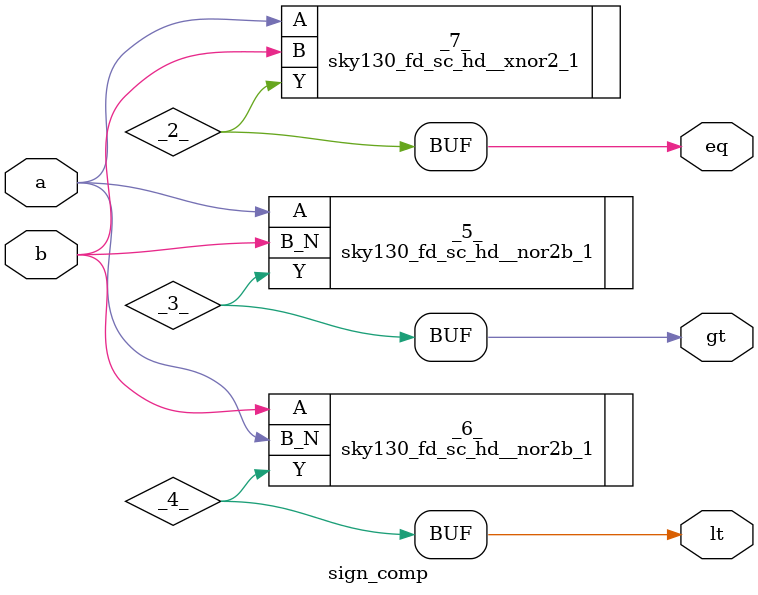
<source format=v>
/* Generated by Yosys 0.9 (git sha1 1979e0b) */

module exp_comp(a, b, eq, gt, lt);
  wire _00_;
  wire _01_;
  wire _02_;
  wire _03_;
  wire _04_;
  wire _05_;
  wire _06_;
  wire _07_;
  wire _08_;
  wire _09_;
  wire _10_;
  wire _11_;
  wire _12_;
  wire _13_;
  wire _14_;
  wire _15_;
  wire _16_;
  wire _17_;
  wire _18_;
  wire _19_;
  wire _20_;
  wire _21_;
  wire _22_;
  wire _23_;
  wire _24_;
  wire _25_;
  wire _26_;
  wire _27_;
  wire _28_;
  wire _29_;
  wire _30_;
  wire _31_;
  wire _32_;
  wire _33_;
  wire _34_;
  wire _35_;
  input [3:0] a;
  input [3:0] b;
  output eq;
  output gt;
  output lt;
  sky130_fd_sc_hd__clkinv_1 _36_ (
    .A(_16_),
    .Y(_24_)
  );
  sky130_fd_sc_hd__clkinv_1 _37_ (
    .A(_15_),
    .Y(_25_)
  );
  sky130_fd_sc_hd__nand2b_1 _38_ (
    .A_N(_19_),
    .B(_15_),
    .Y(_26_)
  );
  sky130_fd_sc_hd__o21ai_0 _39_ (
    .A1(_24_),
    .A2(_20_),
    .B1(_26_),
    .Y(_27_)
  );
  sky130_fd_sc_hd__a22o_1 _40_ (
    .A1(_24_),
    .A2(_20_),
    .B1(_25_),
    .B2(_19_),
    .X(_28_)
  );
  sky130_fd_sc_hd__nand2b_1 _41_ (
    .A_N(_13_),
    .B(_17_),
    .Y(_29_)
  );
  sky130_fd_sc_hd__nand2b_1 _42_ (
    .A_N(_17_),
    .B(_13_),
    .Y(_30_)
  );
  sky130_fd_sc_hd__nor2b_1 _43_ (
    .A(_18_),
    .B_N(_14_),
    .Y(_31_)
  );
  sky130_fd_sc_hd__xnor2_1 _44_ (
    .A(_14_),
    .B(_18_),
    .Y(_32_)
  );
  sky130_fd_sc_hd__nand3_1 _45_ (
    .A(_29_),
    .B(_30_),
    .C(_32_),
    .Y(_33_)
  );
  sky130_fd_sc_hd__nor3_1 _46_ (
    .A(_27_),
    .B(_28_),
    .C(_33_),
    .Y(_21_)
  );
  sky130_fd_sc_hd__a21oi_1 _47_ (
    .A1(_29_),
    .A2(_32_),
    .B1(_31_),
    .Y(_34_)
  );
  sky130_fd_sc_hd__maj3_1 _48_ (
    .A(_24_),
    .B(_20_),
    .C(_26_),
    .X(_35_)
  );
  sky130_fd_sc_hd__o31a_1 _49_ (
    .A1(_27_),
    .A2(_28_),
    .A3(_34_),
    .B1(_35_),
    .X(_23_)
  );
  sky130_fd_sc_hd__nor2_1 _50_ (
    .A(_21_),
    .B(_23_),
    .Y(_22_)
  );
  assign _16_ = a[3];
  assign _20_ = b[3];
  assign _15_ = a[2];
  assign _19_ = b[2];
  assign _14_ = a[1];
  assign _18_ = b[1];
  assign _13_ = a[0];
  assign _17_ = b[0];
  assign eq = _21_;
  assign gt = _22_;
  assign lt = _23_;
endmodule

module float_comp(a, b, aopb);
  wire _00_;
  wire _01_;
  wire _02_;
  wire _03_;
  wire _04_;
  wire _05_;
  wire _06_;
  wire _07_;
  wire _08_;
  wire _09_;
  wire _10_;
  wire _11_;
  wire _12_;
  wire _13_;
  wire _14_;
  wire _15_;
  wire _16_;
  wire _17_;
  wire _18_;
  input [15:0] a;
  wire [3:0] a_exp;
  wire [10:0] a_man;
  wire a_sgn;
  output [2:0] aopb;
  input [15:0] b;
  wire [3:0] b_exp;
  wire [10:0] b_man;
  wire b_sgn;
  wire exp_eq;
  wire exp_gr;
  wire exp_ls;
  wire man_eq;
  wire man_gr;
  wire man_ls;
  wire sgn_eq;
  wire sgn_gr;
  wire sgn_ls;
  sky130_fd_sc_hd__and2_0 _19_ (
    .A(_16_),
    .B(_09_),
    .X(_15_)
  );
  sky130_fd_sc_hd__a221o_1 _20_ (
    .A1(_16_),
    .A2(_10_),
    .B1(_13_),
    .B2(_15_),
    .C1(_17_),
    .X(_07_)
  );
  sky130_fd_sc_hd__and3_1 _21_ (
    .A(_16_),
    .B(_09_),
    .C(_12_),
    .X(_08_)
  );
  sky130_fd_sc_hd__a221o_1 _22_ (
    .A1(_16_),
    .A2(_11_),
    .B1(_14_),
    .B2(_15_),
    .C1(_18_),
    .X(_06_)
  );
  sign_comp g3 (
    .a(a[15]),
    .b(b[15]),
    .eq(sgn_eq),
    .gt(sgn_gr),
    .lt(sgn_ls)
  );
  exp_comp g4 (
    .a(a[14:11]),
    .b(b[14:11]),
    .eq(exp_eq),
    .gt(exp_gr),
    .lt(exp_ls)
  );
  man_comp g5 (
    .a(a[10:0]),
    .b(b[10:0]),
    .eq(man_eq),
    .gt(man_gr),
    .lt(man_ls)
  );
  assign a_exp = a[14:11];
  assign a_man = a[10:0];
  assign a_sgn = a[15];
  assign b_exp = b[14:11];
  assign b_man = b[10:0];
  assign b_sgn = b[15];
  assign _16_ = sgn_eq;
  assign _10_ = exp_gr;
  assign _17_ = sgn_gr;
  assign _09_ = exp_eq;
  assign _13_ = man_gr;
  assign aopb[1] = _07_;
  assign _12_ = man_eq;
  assign aopb[2] = _08_;
  assign _11_ = exp_ls;
  assign _18_ = sgn_ls;
  assign _14_ = man_ls;
  assign aopb[0] = _06_;
endmodule

module man_comp(a, b, eq, gt, lt);
  wire _000_;
  wire _001_;
  wire _002_;
  wire _003_;
  wire _004_;
  wire _005_;
  wire _006_;
  wire _007_;
  wire _008_;
  wire _009_;
  wire _010_;
  wire _011_;
  wire _012_;
  wire _013_;
  wire _014_;
  wire _015_;
  wire _016_;
  wire _017_;
  wire _018_;
  wire _019_;
  wire _020_;
  wire _021_;
  wire _022_;
  wire _023_;
  wire _024_;
  wire _025_;
  wire _026_;
  wire _027_;
  wire _028_;
  wire _029_;
  wire _030_;
  wire _031_;
  wire _032_;
  wire _033_;
  wire _034_;
  wire _035_;
  wire _036_;
  wire _037_;
  wire _038_;
  wire _039_;
  wire _040_;
  wire _041_;
  wire _042_;
  wire _043_;
  wire _044_;
  wire _045_;
  wire _046_;
  wire _047_;
  wire _048_;
  wire _049_;
  wire _050_;
  wire _051_;
  wire _052_;
  wire _053_;
  wire _054_;
  wire _055_;
  wire _056_;
  wire _057_;
  wire _058_;
  wire _059_;
  wire _060_;
  wire _061_;
  wire _062_;
  wire _063_;
  wire _064_;
  wire _065_;
  wire _066_;
  wire _067_;
  wire _068_;
  wire _069_;
  wire _070_;
  wire _071_;
  wire _072_;
  wire _073_;
  wire _074_;
  wire _075_;
  wire _076_;
  wire _077_;
  wire _078_;
  wire _079_;
  wire _080_;
  wire _081_;
  wire _082_;
  wire _083_;
  wire _084_;
  wire _085_;
  wire _086_;
  wire _087_;
  wire _088_;
  wire _089_;
  wire _090_;
  wire _091_;
  wire _092_;
  wire _093_;
  wire _094_;
  wire _095_;
  wire _096_;
  wire _097_;
  wire _098_;
  wire _099_;
  wire _100_;
  wire _101_;
  wire _102_;
  wire _103_;
  wire _104_;
  wire _105_;
  wire _106_;
  wire _107_;
  wire _108_;
  wire _109_;
  wire _110_;
  input [10:0] a;
  input [10:0] b;
  output eq;
  output gt;
  output lt;
  sky130_fd_sc_hd__clkinv_1 _111_ (
    .A(_057_),
    .Y(_072_)
  );
  sky130_fd_sc_hd__clkinv_1 _112_ (
    .A(_067_),
    .Y(_073_)
  );
  sky130_fd_sc_hd__clkinv_1 _113_ (
    .A(_066_),
    .Y(_074_)
  );
  sky130_fd_sc_hd__clkinv_1 _114_ (
    .A(_054_),
    .Y(_075_)
  );
  sky130_fd_sc_hd__clkinv_1 _115_ (
    .A(_052_),
    .Y(_076_)
  );
  sky130_fd_sc_hd__clkinv_1 _116_ (
    .A(_062_),
    .Y(_077_)
  );
  sky130_fd_sc_hd__clkinv_1 _117_ (
    .A(_058_),
    .Y(_078_)
  );
  sky130_fd_sc_hd__nand2b_1 _118_ (
    .A_N(_047_),
    .B(_058_),
    .Y(_079_)
  );
  sky130_fd_sc_hd__nand2b_1 _119_ (
    .A_N(_049_),
    .B(_060_),
    .Y(_080_)
  );
  sky130_fd_sc_hd__nand2_1 _120_ (
    .A(_051_),
    .B(_077_),
    .Y(_081_)
  );
  sky130_fd_sc_hd__nor2b_1 _121_ (
    .A(_048_),
    .B_N(_059_),
    .Y(_082_)
  );
  sky130_fd_sc_hd__nor2b_1 _122_ (
    .A(_060_),
    .B_N(_049_),
    .Y(_083_)
  );
  sky130_fd_sc_hd__nor2b_1 _123_ (
    .A(_061_),
    .B_N(_050_),
    .Y(_084_)
  );
  sky130_fd_sc_hd__a2111oi_0 _124_ (
    .A1(_051_),
    .A2(_077_),
    .B1(_082_),
    .C1(_083_),
    .D1(_084_),
    .Y(_085_)
  );
  sky130_fd_sc_hd__nand3_1 _125_ (
    .A(_079_),
    .B(_080_),
    .C(_085_),
    .Y(_086_)
  );
  sky130_fd_sc_hd__o2bb2ai_1 _126_ (
    .A1_N(_073_),
    .A2_N(_056_),
    .B1(_068_),
    .B2(_072_),
    .Y(_087_)
  );
  sky130_fd_sc_hd__nand2_1 _127_ (
    .A(_072_),
    .B(_068_),
    .Y(_088_)
  );
  sky130_fd_sc_hd__o21ai_0 _128_ (
    .A1(_056_),
    .A2(_073_),
    .B1(_088_),
    .Y(_089_)
  );
  sky130_fd_sc_hd__nor2_1 _129_ (
    .A(_087_),
    .B(_089_),
    .Y(_090_)
  );
  sky130_fd_sc_hd__nor2_1 _130_ (
    .A(_051_),
    .B(_077_),
    .Y(_091_)
  );
  sky130_fd_sc_hd__nor2b_1 _131_ (
    .A(_059_),
    .B_N(_048_),
    .Y(_092_)
  );
  sky130_fd_sc_hd__nor2b_1 _132_ (
    .A(_050_),
    .B_N(_061_),
    .Y(_093_)
  );
  sky130_fd_sc_hd__a2111oi_0 _133_ (
    .A1(_047_),
    .A2(_078_),
    .B1(_091_),
    .C1(_092_),
    .D1(_093_),
    .Y(_094_)
  );
  sky130_fd_sc_hd__nand2_1 _134_ (
    .A(_090_),
    .B(_094_),
    .Y(_095_)
  );
  sky130_fd_sc_hd__nand2b_1 _135_ (
    .A_N(_064_),
    .B(_053_),
    .Y(_096_)
  );
  sky130_fd_sc_hd__o21ai_0 _136_ (
    .A1(_076_),
    .A2(_063_),
    .B1(_096_),
    .Y(_097_)
  );
  sky130_fd_sc_hd__nand2b_1 _137_ (
    .A_N(_053_),
    .B(_064_),
    .Y(_098_)
  );
  sky130_fd_sc_hd__xnor2_1 _138_ (
    .A(_052_),
    .B(_063_),
    .Y(_099_)
  );
  sky130_fd_sc_hd__nand3_1 _139_ (
    .A(_096_),
    .B(_098_),
    .C(_099_),
    .Y(_100_)
  );
  sky130_fd_sc_hd__a2bb2oi_1 _140_ (
    .A1_N(_065_),
    .A2_N(_075_),
    .B1(_074_),
    .B2(_055_),
    .Y(_101_)
  );
  sky130_fd_sc_hd__nor2_1 _141_ (
    .A(_055_),
    .B(_074_),
    .Y(_102_)
  );
  sky130_fd_sc_hd__a21oi_1 _142_ (
    .A1(_075_),
    .A2(_065_),
    .B1(_102_),
    .Y(_103_)
  );
  sky130_fd_sc_hd__nand2_1 _143_ (
    .A(_101_),
    .B(_103_),
    .Y(_104_)
  );
  sky130_fd_sc_hd__nor4_1 _144_ (
    .A(_086_),
    .B(_095_),
    .C(_100_),
    .D(_104_),
    .Y(_069_)
  );
  sky130_fd_sc_hd__a211oi_1 _145_ (
    .A1(_079_),
    .A2(_080_),
    .B1(_083_),
    .C1(_084_),
    .Y(_105_)
  );
  sky130_fd_sc_hd__o21ai_0 _146_ (
    .A1(_093_),
    .A2(_105_),
    .B1(_081_),
    .Y(_106_)
  );
  sky130_fd_sc_hd__nor2_1 _147_ (
    .A(_091_),
    .B(_100_),
    .Y(_107_)
  );
  sky130_fd_sc_hd__a22oi_1 _148_ (
    .A1(_097_),
    .A2(_098_),
    .B1(_106_),
    .B2(_107_),
    .Y(_108_)
  );
  sky130_fd_sc_hd__o22ai_1 _149_ (
    .A1(_101_),
    .A2(_102_),
    .B1(_104_),
    .B2(_108_),
    .Y(_109_)
  );
  sky130_fd_sc_hd__a221oi_1 _150_ (
    .A1(_087_),
    .A2(_088_),
    .B1(_090_),
    .B2(_109_),
    .C1(_092_),
    .Y(_110_)
  );
  sky130_fd_sc_hd__or2_0 _151_ (
    .A(_082_),
    .B(_110_),
    .X(_071_)
  );
  sky130_fd_sc_hd__nor3_1 _152_ (
    .A(_082_),
    .B(_069_),
    .C(_110_),
    .Y(_070_)
  );
  assign _048_ = a[10];
  assign _059_ = b[10];
  assign _057_ = a[9];
  assign _068_ = b[9];
  assign _056_ = a[8];
  assign _067_ = b[8];
  assign _055_ = a[7];
  assign _066_ = b[7];
  assign _054_ = a[6];
  assign _065_ = b[6];
  assign _053_ = a[5];
  assign _064_ = b[5];
  assign _052_ = a[4];
  assign _063_ = b[4];
  assign _051_ = a[3];
  assign _062_ = b[3];
  assign _050_ = a[2];
  assign _061_ = b[2];
  assign _049_ = a[1];
  assign _060_ = b[1];
  assign _047_ = a[0];
  assign _058_ = b[0];
  assign eq = _069_;
  assign gt = _070_;
  assign lt = _071_;
endmodule

module sign_comp(a, b, eq, gt, lt);
  wire _0_;
  wire _1_;
  wire _2_;
  wire _3_;
  wire _4_;
  input a;
  input b;
  output eq;
  output gt;
  output lt;
  sky130_fd_sc_hd__nor2b_1 _5_ (
    .A(_0_),
    .B_N(_1_),
    .Y(_3_)
  );
  sky130_fd_sc_hd__nor2b_1 _6_ (
    .A(_1_),
    .B_N(_0_),
    .Y(_4_)
  );
  sky130_fd_sc_hd__xnor2_1 _7_ (
    .A(_0_),
    .B(_1_),
    .Y(_2_)
  );
  assign _0_ = a;
  assign _1_ = b;
  assign eq = _2_;
  assign gt = _3_;
  assign lt = _4_;
endmodule

</source>
